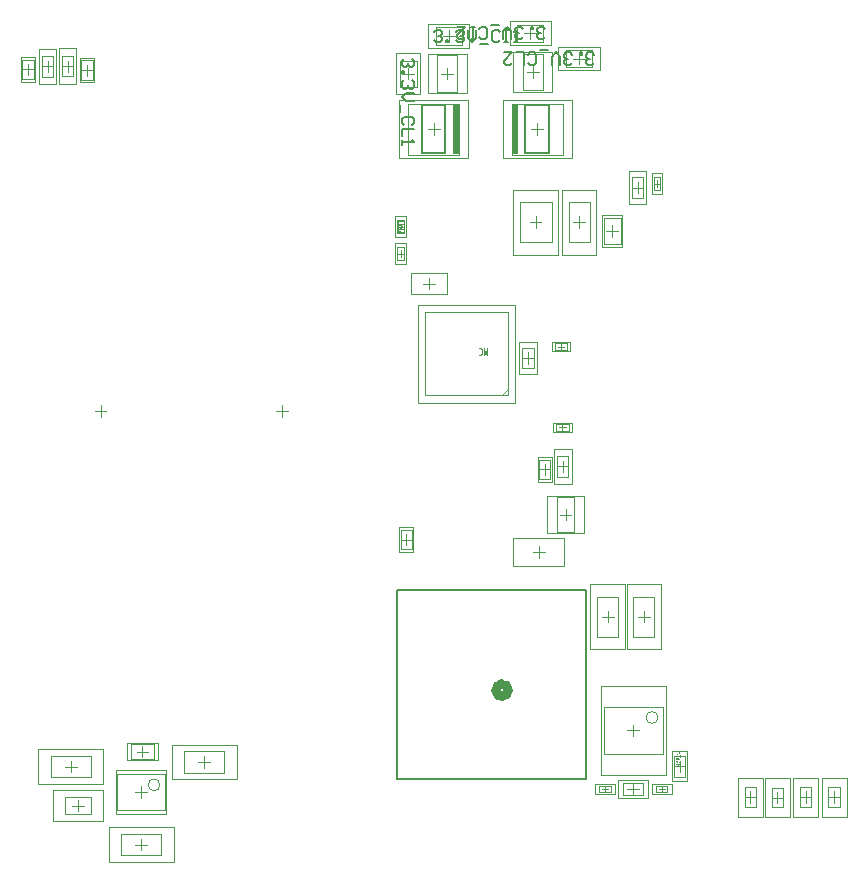
<source format=gko>
G04*
G04 #@! TF.GenerationSoftware,Altium Limited,CircuitMaker,2.2.1 (2.2.1.6)*
G04*
G04 Layer_Color=16720538*
%FSLAX42Y42*%
%MOMM*%
G71*
G04*
G04 #@! TF.SameCoordinates,594ED0CD-E859-4A23-B6EA-3589AB250A5C*
G04*
G04*
G04 #@! TF.FilePolarity,Positive*
G04*
G01*
G75*
%ADD10C,0.10*%
%ADD14C,0.81*%
%ADD17C,0.13*%
%ADD19C,0.05*%
%ADD20C,0.12*%
%ADD21C,0.18*%
%ADD22C,0.03*%
%ADD23R,0.58X4.31*%
G36*
X6122Y8037D02*
X6122Y8037D01*
Y8036D01*
X6122Y8036D01*
X6122Y8035D01*
X6122Y8035D01*
X6122Y8034D01*
X6122Y8034D01*
Y8034D01*
X6122Y8034D01*
X6122Y8034D01*
X6122Y8034D01*
X6122Y8033D01*
X6121Y8033D01*
X6121Y8033D01*
X6121Y8032D01*
X6120Y8032D01*
X6120Y8032D01*
X6120Y8032D01*
X6120Y8032D01*
X6120Y8032D01*
X6119Y8032D01*
X6119Y8032D01*
X6119Y8032D01*
X6118Y8032D01*
X6118D01*
X6118D01*
X6118D01*
X6118Y8032D01*
X6118D01*
X6117Y8032D01*
X6117Y8032D01*
X6117Y8032D01*
X6116Y8032D01*
X6116Y8032D01*
X6115Y8032D01*
X6115Y8033D01*
X6115Y8033D01*
X6115Y8033D01*
X6115Y8033D01*
X6115Y8033D01*
X6115Y8033D01*
X6115Y8033D01*
X6115Y8033D01*
X6114Y8034D01*
X6114Y8034D01*
X6114Y8034D01*
X6114Y8035D01*
X6114Y8035D01*
X6114Y8035D01*
X6114Y8036D01*
X6114Y8036D01*
X6114Y8036D01*
X6114Y8036D01*
X6114Y8036D01*
X6113Y8036D01*
X6113Y8035D01*
X6113Y8035D01*
X6113Y8035D01*
X6113Y8035D01*
X6113Y8035D01*
X6113Y8034D01*
X6112Y8034D01*
X6112Y8034D01*
X6112Y8034D01*
X6111Y8033D01*
X6111Y8033D01*
X6106Y8030D01*
Y8033D01*
X6110Y8035D01*
X6110D01*
X6110Y8035D01*
X6110Y8035D01*
X6110Y8035D01*
X6110Y8035D01*
X6111Y8036D01*
X6111Y8036D01*
X6111Y8036D01*
X6112Y8036D01*
X6112Y8037D01*
X6112Y8037D01*
X6112Y8037D01*
X6112Y8037D01*
X6112Y8037D01*
X6113Y8037D01*
X6113Y8037D01*
X6113Y8038D01*
X6113Y8038D01*
X6113Y8038D01*
X6113Y8038D01*
X6113Y8038D01*
X6113Y8038D01*
X6113Y8039D01*
Y8039D01*
X6113Y8039D01*
Y8039D01*
X6113Y8039D01*
Y8039D01*
X6114Y8039D01*
Y8042D01*
X6106D01*
Y8044D01*
X6122D01*
Y8037D01*
D02*
G37*
G36*
X6118Y8027D02*
X6118Y8027D01*
X6119Y8027D01*
X6119Y8027D01*
X6119Y8027D01*
X6119Y8027D01*
X6119Y8027D01*
X6119Y8026D01*
X6120Y8026D01*
X6120Y8025D01*
X6120Y8025D01*
X6120Y8025D01*
X6120Y8025D01*
X6121Y8024D01*
X6121Y8024D01*
X6121Y8024D01*
X6121Y8024D01*
X6122Y8023D01*
X6122Y8023D01*
X6123Y8023D01*
Y8022D01*
X6106D01*
Y8024D01*
X6119D01*
X6119Y8024D01*
X6119Y8024D01*
X6119Y8024D01*
X6119Y8024D01*
X6118Y8024D01*
X6118Y8025D01*
X6118Y8025D01*
X6118Y8025D01*
X6118Y8025D01*
X6117Y8026D01*
X6117Y8026D01*
X6117Y8026D01*
X6117Y8026D01*
X6117Y8027D01*
X6117Y8027D01*
X6117Y8027D01*
X6118D01*
Y8027D01*
D02*
G37*
G36*
X6103Y8005D02*
X6102D01*
Y8018D01*
X6103D01*
Y8005D01*
D02*
G37*
G36*
X6122Y7992D02*
X6121D01*
Y8001D01*
X6116D01*
Y7994D01*
X6114D01*
Y8001D01*
X6106D01*
Y8003D01*
X6122D01*
Y7992D01*
D02*
G37*
G36*
X6115Y7990D02*
X6115D01*
X6115Y7990D01*
X6115Y7990D01*
X6116Y7990D01*
X6116Y7990D01*
X6117Y7990D01*
X6118Y7990D01*
X6119Y7989D01*
X6119D01*
X6119Y7989D01*
X6119Y7989D01*
X6119Y7989D01*
X6119Y7989D01*
X6119Y7989D01*
X6120Y7988D01*
X6120Y7988D01*
X6121Y7988D01*
X6121Y7987D01*
X6122Y7986D01*
Y7986D01*
X6122Y7986D01*
X6122Y7986D01*
X6122Y7986D01*
X6122Y7986D01*
X6122Y7986D01*
X6122Y7985D01*
X6122Y7985D01*
X6122Y7985D01*
X6122Y7985D01*
X6123Y7984D01*
X6123Y7983D01*
X6123Y7982D01*
Y7982D01*
X6123Y7982D01*
Y7982D01*
X6123Y7981D01*
X6123Y7981D01*
X6122Y7980D01*
X6122Y7980D01*
X6122Y7979D01*
Y7979D01*
X6122Y7979D01*
X6122Y7979D01*
X6122Y7979D01*
X6122Y7979D01*
X6122Y7978D01*
X6121Y7978D01*
X6121Y7978D01*
X6121Y7977D01*
X6121Y7977D01*
X6121Y7977D01*
X6120Y7977D01*
X6120Y7977D01*
X6120Y7976D01*
X6119Y7976D01*
X6119Y7976D01*
X6119Y7976D01*
X6118Y7976D01*
X6117Y7978D01*
X6117D01*
X6117Y7978D01*
X6118Y7978D01*
X6118Y7978D01*
X6118Y7978D01*
X6118Y7978D01*
X6119Y7978D01*
X6119Y7978D01*
X6119Y7978D01*
X6119Y7978D01*
X6119Y7979D01*
X6120Y7979D01*
X6120Y7979D01*
X6120Y7979D01*
X6120Y7979D01*
X6120Y7980D01*
X6120Y7980D01*
X6121Y7980D01*
X6121Y7980D01*
X6121Y7980D01*
X6121Y7981D01*
X6121Y7981D01*
X6121Y7981D01*
X6121Y7982D01*
X6121Y7982D01*
Y7982D01*
X6121Y7983D01*
X6121Y7983D01*
X6121Y7983D01*
X6121Y7984D01*
X6121Y7984D01*
X6120Y7985D01*
X6120Y7985D01*
X6120Y7985D01*
X6120Y7985D01*
X6120Y7985D01*
X6120Y7986D01*
X6120Y7986D01*
X6120Y7986D01*
X6119Y7986D01*
X6119Y7986D01*
X6119Y7986D01*
X6119Y7987D01*
X6119Y7987D01*
X6119Y7987D01*
X6118Y7987D01*
X6118Y7987D01*
X6118Y7987D01*
X6118D01*
X6118Y7987D01*
X6118Y7987D01*
X6117Y7987D01*
X6117Y7988D01*
X6117Y7988D01*
X6117Y7988D01*
X6116Y7988D01*
X6116Y7988D01*
X6115Y7988D01*
X6114Y7988D01*
X6114D01*
X6114D01*
X6114D01*
X6114D01*
X6114Y7988D01*
X6114Y7988D01*
X6113Y7988D01*
X6113Y7988D01*
X6112Y7988D01*
X6111Y7987D01*
X6111Y7987D01*
X6111D01*
X6111Y7987D01*
X6111Y7987D01*
X6111Y7987D01*
X6110Y7987D01*
X6110Y7987D01*
X6110Y7986D01*
X6109Y7986D01*
X6109Y7986D01*
X6109Y7985D01*
Y7985D01*
X6109Y7985D01*
X6109Y7985D01*
X6109Y7985D01*
X6109Y7985D01*
X6108Y7985D01*
X6108Y7984D01*
X6108Y7984D01*
X6108Y7983D01*
X6108Y7983D01*
X6108Y7982D01*
Y7982D01*
X6108Y7982D01*
X6108Y7981D01*
X6108Y7981D01*
X6108Y7980D01*
X6108Y7980D01*
X6109Y7979D01*
Y7979D01*
X6109Y7979D01*
X6109Y7979D01*
X6109Y7979D01*
X6109Y7979D01*
X6109Y7978D01*
X6109Y7978D01*
X6109Y7978D01*
X6110Y7977D01*
X6113D01*
Y7982D01*
X6115D01*
Y7975D01*
X6109D01*
X6109Y7975D01*
X6109Y7975D01*
X6108Y7976D01*
X6108Y7976D01*
X6108Y7976D01*
X6108Y7976D01*
X6108Y7976D01*
X6108Y7977D01*
X6107Y7977D01*
X6107Y7978D01*
X6107Y7979D01*
Y7979D01*
X6107Y7979D01*
X6107Y7979D01*
X6107Y7979D01*
X6107Y7979D01*
X6107Y7979D01*
X6106Y7980D01*
X6106Y7980D01*
X6106Y7981D01*
X6106Y7981D01*
X6106Y7982D01*
Y7982D01*
X6106Y7982D01*
Y7983D01*
X6106Y7983D01*
X6106Y7983D01*
X6106Y7983D01*
X6106Y7984D01*
X6107Y7985D01*
X6107Y7986D01*
X6107Y7986D01*
Y7986D01*
X6107Y7986D01*
X6107Y7986D01*
X6107Y7987D01*
X6107Y7987D01*
X6108Y7987D01*
X6108Y7987D01*
X6108Y7988D01*
X6109Y7988D01*
X6109Y7989D01*
X6110Y7989D01*
X6110D01*
X6110Y7989D01*
X6110Y7989D01*
X6110Y7989D01*
X6111Y7989D01*
X6111Y7989D01*
X6111Y7990D01*
X6111Y7990D01*
X6112Y7990D01*
X6112Y7990D01*
X6113Y7990D01*
X6113Y7990D01*
X6114Y7990D01*
X6114D01*
X6114D01*
X6115D01*
X6115Y7990D01*
D02*
G37*
G36*
X6864Y6929D02*
X6856D01*
X6846Y6955D01*
X6835Y6929D01*
X6827D01*
Y7000D01*
X6836D01*
X6836Y6949D01*
X6836Y6949D01*
X6845Y6972D01*
X6847D01*
X6856Y6949D01*
X6856Y6949D01*
X6855Y7000D01*
X6864D01*
Y6929D01*
D02*
G37*
G36*
X6800Y7000D02*
X6801D01*
X6802Y7000D01*
X6803Y7000D01*
X6804Y6999D01*
X6806Y6999D01*
X6807Y6998D01*
X6808Y6998D01*
X6809Y6997D01*
X6810Y6996D01*
X6811Y6994D01*
X6812Y6993D01*
X6813Y6991D01*
Y6991D01*
X6814Y6991D01*
X6814Y6990D01*
X6814Y6990D01*
X6814Y6989D01*
X6815Y6987D01*
X6815Y6986D01*
X6816Y6985D01*
X6816Y6983D01*
X6817Y6981D01*
X6817Y6979D01*
X6817Y6976D01*
X6818Y6974D01*
X6818Y6971D01*
X6818Y6968D01*
X6818Y6965D01*
Y6965D01*
Y6964D01*
Y6963D01*
X6818Y6962D01*
Y6961D01*
X6818Y6959D01*
X6818Y6957D01*
X6818Y6955D01*
X6817Y6951D01*
X6816Y6946D01*
X6815Y6942D01*
X6814Y6940D01*
X6813Y6938D01*
X6813Y6938D01*
X6813Y6938D01*
X6813Y6937D01*
X6812Y6937D01*
X6811Y6935D01*
X6810Y6933D01*
X6808Y6931D01*
X6805Y6930D01*
X6804Y6929D01*
X6802Y6929D01*
X6801Y6928D01*
X6799Y6928D01*
X6798D01*
X6797Y6929D01*
X6796Y6929D01*
X6795Y6929D01*
X6793Y6930D01*
X6791Y6931D01*
X6789Y6932D01*
Y6941D01*
X6790Y6941D01*
X6790Y6940D01*
X6791Y6940D01*
X6792Y6939D01*
X6794Y6938D01*
X6795Y6938D01*
X6797Y6937D01*
X6799Y6937D01*
X6799D01*
X6799Y6937D01*
X6800Y6937D01*
X6802Y6938D01*
X6803Y6938D01*
X6804Y6939D01*
X6805Y6940D01*
X6805Y6941D01*
X6806Y6942D01*
X6806Y6943D01*
Y6943D01*
X6806Y6944D01*
X6807Y6944D01*
X6807Y6944D01*
X6807Y6945D01*
X6807Y6946D01*
X6807Y6947D01*
X6808Y6948D01*
X6808Y6950D01*
X6808Y6951D01*
X6808Y6953D01*
X6808Y6955D01*
X6808Y6957D01*
X6809Y6959D01*
X6809Y6962D01*
Y6964D01*
Y6965D01*
Y6965D01*
Y6966D01*
Y6967D01*
X6809Y6968D01*
Y6969D01*
X6808Y6971D01*
X6808Y6973D01*
X6808Y6976D01*
X6808Y6980D01*
X6807Y6981D01*
X6807Y6983D01*
X6807Y6984D01*
X6806Y6986D01*
Y6986D01*
X6806Y6986D01*
X6806Y6987D01*
X6805Y6988D01*
X6804Y6989D01*
X6803Y6990D01*
X6802Y6991D01*
X6800Y6992D01*
X6799Y6992D01*
X6798Y6992D01*
X6798D01*
X6797Y6992D01*
X6797Y6992D01*
X6795Y6991D01*
X6794Y6991D01*
X6792Y6990D01*
X6791Y6989D01*
X6790Y6988D01*
X6789Y6987D01*
Y6997D01*
X6789Y6997D01*
X6789Y6997D01*
X6790Y6998D01*
X6792Y6999D01*
X6793Y6999D01*
X6795Y7000D01*
X6797Y7000D01*
X6799Y7001D01*
X6800D01*
X6800Y7000D01*
D02*
G37*
G36*
X8474Y3585D02*
X8474Y3585D01*
X8474Y3584D01*
X8475Y3584D01*
X8475Y3584D01*
X8476Y3584D01*
X8476Y3584D01*
X8478Y3583D01*
X8479Y3582D01*
X8480Y3582D01*
X8480Y3581D01*
X8481Y3581D01*
X8481Y3580D01*
X8481Y3580D01*
X8482Y3580D01*
X8482Y3580D01*
X8482Y3579D01*
X8482Y3579D01*
X8482Y3579D01*
X8483Y3578D01*
X8483Y3578D01*
X8483Y3577D01*
X8483Y3576D01*
X8484Y3576D01*
X8484Y3575D01*
X8484Y3574D01*
X8484Y3573D01*
X8484Y3572D01*
X8484Y3571D01*
Y3571D01*
X8484Y3571D01*
Y3570D01*
X8484Y3570D01*
X8484Y3569D01*
X8484Y3568D01*
X8484Y3567D01*
X8483Y3566D01*
X8483Y3564D01*
X8482Y3564D01*
X8482Y3563D01*
X8482Y3563D01*
X8482Y3563D01*
X8482Y3563D01*
X8482Y3562D01*
X8481Y3562D01*
X8481Y3562D01*
X8481Y3562D01*
X8481Y3561D01*
X8480Y3561D01*
X8480Y3560D01*
X8479Y3560D01*
X8477Y3559D01*
X8476Y3558D01*
X8476D01*
X8476Y3558D01*
X8476Y3558D01*
X8475Y3558D01*
X8475Y3558D01*
X8474Y3558D01*
X8474Y3557D01*
X8473Y3557D01*
X8473Y3557D01*
X8472Y3557D01*
X8471Y3557D01*
X8469Y3556D01*
X8467Y3556D01*
X8467D01*
X8467D01*
X8467D01*
X8467Y3556D01*
X8466D01*
X8466Y3556D01*
X8465Y3557D01*
X8464Y3557D01*
X8463Y3557D01*
X8462Y3557D01*
X8460Y3558D01*
X8459Y3558D01*
X8459Y3558D01*
X8458Y3558D01*
X8458Y3558D01*
X8458Y3559D01*
X8458Y3559D01*
X8457Y3559D01*
X8457Y3560D01*
X8456Y3560D01*
X8455Y3561D01*
X8454Y3562D01*
X8453Y3564D01*
X8453Y3564D01*
X8453Y3564D01*
X8453Y3564D01*
X8453Y3564D01*
X8453Y3565D01*
X8452Y3565D01*
X8452Y3565D01*
X8452Y3566D01*
X8452Y3567D01*
X8452Y3567D01*
X8451Y3568D01*
X8451Y3570D01*
X8451Y3571D01*
Y3572D01*
X8451Y3572D01*
X8451Y3573D01*
X8451Y3573D01*
X8451Y3574D01*
X8451Y3574D01*
X8452Y3576D01*
X8452Y3577D01*
X8452Y3578D01*
X8453Y3578D01*
X8453Y3579D01*
X8454Y3580D01*
X8454Y3580D01*
X8454Y3580D01*
X8454Y3580D01*
X8454Y3580D01*
X8454Y3580D01*
X8455Y3581D01*
X8455Y3581D01*
X8455Y3581D01*
X8456Y3582D01*
X8456Y3582D01*
X8457Y3583D01*
X8457Y3583D01*
X8458Y3583D01*
X8459Y3584D01*
X8460Y3584D01*
X8460Y3584D01*
X8461Y3580D01*
X8461D01*
X8461Y3580D01*
X8461Y3580D01*
X8461Y3580D01*
X8461Y3580D01*
X8460Y3580D01*
X8459Y3579D01*
X8459Y3579D01*
X8458Y3578D01*
X8457Y3577D01*
X8456Y3577D01*
X8456Y3577D01*
X8456Y3576D01*
X8456Y3576D01*
X8455Y3575D01*
X8455Y3574D01*
X8455Y3574D01*
X8455Y3573D01*
X8455Y3571D01*
Y3571D01*
X8455Y3571D01*
Y3570D01*
X8455Y3570D01*
X8455Y3569D01*
X8455Y3568D01*
X8455Y3567D01*
X8456Y3566D01*
X8456Y3565D01*
Y3565D01*
X8457Y3565D01*
X8457Y3565D01*
X8457Y3564D01*
X8458Y3564D01*
X8458Y3563D01*
X8459Y3563D01*
X8460Y3562D01*
X8461Y3562D01*
X8461D01*
X8461Y3562D01*
X8462Y3562D01*
X8462Y3562D01*
X8462Y3561D01*
X8462Y3561D01*
X8463Y3561D01*
X8464Y3561D01*
X8465Y3561D01*
X8466Y3561D01*
X8467Y3561D01*
X8467D01*
X8468D01*
X8468D01*
X8468D01*
X8468Y3561D01*
X8469D01*
X8469Y3561D01*
X8470Y3561D01*
X8471Y3561D01*
X8472Y3561D01*
X8473Y3562D01*
X8474Y3562D01*
X8475D01*
X8475Y3562D01*
X8475Y3562D01*
X8475Y3562D01*
X8476Y3562D01*
X8476Y3563D01*
X8477Y3563D01*
X8478Y3564D01*
X8478Y3565D01*
X8479Y3566D01*
Y3566D01*
X8479Y3566D01*
X8479Y3566D01*
X8479Y3566D01*
X8479Y3566D01*
X8480Y3567D01*
X8480Y3567D01*
X8480Y3568D01*
X8480Y3569D01*
X8481Y3570D01*
X8481Y3571D01*
Y3571D01*
X8481Y3572D01*
Y3572D01*
X8480Y3572D01*
X8480Y3573D01*
X8480Y3574D01*
X8480Y3575D01*
X8479Y3576D01*
X8479Y3577D01*
X8479Y3577D01*
X8478Y3577D01*
X8478Y3577D01*
X8478Y3577D01*
X8478Y3577D01*
X8478Y3578D01*
X8478Y3578D01*
X8477Y3578D01*
X8477Y3578D01*
X8477Y3579D01*
X8476Y3579D01*
X8476Y3579D01*
X8475Y3580D01*
X8474Y3580D01*
X8474Y3580D01*
X8473Y3580D01*
X8472Y3580D01*
X8473Y3585D01*
X8474D01*
X8474Y3585D01*
D02*
G37*
G36*
X8492Y3529D02*
X8490D01*
Y3555D01*
X8492D01*
Y3529D01*
D02*
G37*
G36*
X8474Y3527D02*
X8474Y3527D01*
X8474Y3527D01*
X8475Y3527D01*
X8475Y3527D01*
X8477Y3527D01*
X8478Y3526D01*
X8478Y3526D01*
X8479Y3526D01*
X8480Y3525D01*
X8480Y3525D01*
X8480Y3525D01*
X8480Y3525D01*
X8481Y3525D01*
X8481Y3524D01*
X8481Y3524D01*
X8482Y3524D01*
X8482Y3523D01*
X8482Y3523D01*
X8483Y3522D01*
X8483Y3522D01*
X8483Y3521D01*
X8484Y3520D01*
X8484Y3519D01*
X8484Y3518D01*
X8484Y3518D01*
X8484Y3517D01*
Y3516D01*
X8484Y3516D01*
X8484Y3515D01*
X8484Y3515D01*
X8484Y3515D01*
X8484Y3514D01*
X8484Y3513D01*
X8483Y3512D01*
X8483Y3511D01*
X8483Y3510D01*
X8482Y3510D01*
X8482Y3509D01*
X8482Y3509D01*
X8482Y3509D01*
X8481Y3509D01*
X8481Y3509D01*
X8481Y3509D01*
X8481Y3509D01*
X8480Y3508D01*
X8480Y3508D01*
X8480Y3508D01*
X8479Y3507D01*
X8478Y3507D01*
X8477Y3507D01*
X8476Y3506D01*
X8475Y3506D01*
X8475Y3510D01*
X8475D01*
X8475D01*
X8475Y3510D01*
X8475Y3510D01*
X8476Y3511D01*
X8477Y3511D01*
X8477Y3511D01*
X8478Y3511D01*
X8479Y3512D01*
X8479Y3512D01*
X8479Y3513D01*
X8480Y3513D01*
X8480Y3513D01*
X8480Y3514D01*
X8480Y3514D01*
X8481Y3515D01*
X8481Y3516D01*
X8481Y3517D01*
Y3517D01*
X8481Y3517D01*
X8481Y3518D01*
X8481Y3518D01*
X8480Y3519D01*
X8480Y3520D01*
X8479Y3521D01*
X8479Y3521D01*
X8479Y3521D01*
X8479Y3521D01*
X8479Y3521D01*
X8479Y3522D01*
X8478Y3522D01*
X8478Y3522D01*
X8477Y3522D01*
X8476Y3523D01*
X8476Y3523D01*
X8474Y3523D01*
X8474Y3523D01*
X8473D01*
X8473D01*
X8473D01*
X8473D01*
X8473Y3523D01*
X8472D01*
X8472Y3523D01*
X8471Y3523D01*
X8470Y3523D01*
X8469Y3523D01*
X8469Y3522D01*
X8468Y3521D01*
X8468D01*
X8468Y3521D01*
X8468Y3521D01*
X8467Y3521D01*
X8467Y3520D01*
X8466Y3519D01*
X8466Y3519D01*
X8466Y3518D01*
X8466Y3517D01*
Y3516D01*
X8466Y3516D01*
X8466Y3515D01*
X8466Y3515D01*
X8466Y3514D01*
X8466Y3514D01*
X8467Y3513D01*
X8467Y3513D01*
X8467Y3513D01*
X8467Y3513D01*
X8467Y3512D01*
X8468Y3512D01*
X8468Y3511D01*
X8468Y3511D01*
X8469Y3511D01*
X8468Y3507D01*
X8452Y3510D01*
Y3526D01*
X8456D01*
Y3513D01*
X8464Y3511D01*
X8464Y3512D01*
X8464Y3512D01*
X8464Y3512D01*
X8464Y3512D01*
X8464Y3512D01*
X8464Y3513D01*
X8463Y3513D01*
X8463Y3514D01*
X8463Y3515D01*
X8462Y3516D01*
X8462Y3517D01*
Y3518D01*
X8462Y3518D01*
X8462Y3519D01*
X8463Y3519D01*
X8463Y3519D01*
X8463Y3520D01*
X8463Y3521D01*
X8463Y3522D01*
X8464Y3522D01*
X8464Y3523D01*
X8464Y3523D01*
X8465Y3524D01*
X8465Y3525D01*
X8465Y3525D01*
X8465Y3525D01*
X8466Y3525D01*
X8466Y3525D01*
X8466Y3525D01*
X8466Y3526D01*
X8467Y3526D01*
X8467Y3526D01*
X8468Y3526D01*
X8468Y3527D01*
X8469Y3527D01*
X8470Y3527D01*
X8470Y3527D01*
X8471Y3527D01*
X8472Y3527D01*
X8473Y3528D01*
X8473D01*
X8473D01*
X8473D01*
X8474Y3527D01*
D02*
G37*
G36*
X8475Y3502D02*
X8476Y3502D01*
X8476Y3502D01*
X8476Y3502D01*
X8477Y3502D01*
X8478Y3502D01*
X8479Y3502D01*
X8479Y3501D01*
X8480Y3501D01*
X8480Y3501D01*
X8481Y3500D01*
X8481Y3500D01*
X8481Y3499D01*
X8482Y3499D01*
X8482Y3499D01*
X8482Y3499D01*
X8482Y3499D01*
X8482Y3498D01*
X8482Y3498D01*
X8483Y3497D01*
X8483Y3497D01*
X8483Y3496D01*
X8484Y3496D01*
X8484Y3495D01*
X8484Y3494D01*
X8484Y3494D01*
X8484Y3493D01*
X8484Y3492D01*
Y3491D01*
X8484Y3491D01*
X8484Y3491D01*
X8484Y3490D01*
X8484Y3490D01*
X8484Y3489D01*
X8483Y3488D01*
X8483Y3487D01*
X8483Y3487D01*
X8483Y3486D01*
X8482Y3485D01*
X8482Y3485D01*
X8481Y3484D01*
X8481Y3484D01*
X8481Y3484D01*
X8481Y3484D01*
X8481Y3484D01*
X8481Y3484D01*
X8480Y3483D01*
X8480Y3483D01*
X8479Y3483D01*
X8479Y3483D01*
X8478Y3482D01*
X8477Y3482D01*
X8477Y3482D01*
X8476Y3482D01*
X8475Y3481D01*
X8474Y3481D01*
X8474D01*
X8474D01*
X8474D01*
X8474Y3481D01*
X8474D01*
X8473Y3481D01*
X8473Y3482D01*
X8472Y3482D01*
X8471Y3482D01*
X8470Y3482D01*
X8469Y3483D01*
X8469D01*
X8469Y3483D01*
X8469Y3483D01*
X8468Y3484D01*
X8468Y3484D01*
X8468Y3485D01*
X8467Y3486D01*
X8467Y3486D01*
X8466Y3487D01*
Y3487D01*
X8466Y3487D01*
X8466Y3487D01*
X8466Y3487D01*
X8466Y3487D01*
X8466Y3486D01*
X8465Y3485D01*
X8465Y3485D01*
X8464Y3484D01*
X8464Y3484D01*
X8464Y3484D01*
X8463Y3484D01*
X8463Y3483D01*
X8463Y3483D01*
X8462Y3483D01*
X8461Y3483D01*
X8461Y3483D01*
X8460Y3483D01*
X8460D01*
X8460D01*
X8459D01*
X8459Y3483D01*
X8459Y3483D01*
X8458Y3483D01*
X8458Y3483D01*
X8457Y3483D01*
X8456Y3484D01*
X8455Y3484D01*
X8455Y3484D01*
X8454Y3485D01*
X8454Y3485D01*
X8454Y3485D01*
X8454Y3485D01*
X8454Y3485D01*
X8454Y3486D01*
X8453Y3486D01*
X8453Y3486D01*
X8453Y3487D01*
X8453Y3487D01*
X8452Y3487D01*
X8452Y3488D01*
X8452Y3488D01*
X8452Y3489D01*
X8452Y3490D01*
X8452Y3491D01*
X8451Y3492D01*
Y3492D01*
X8452Y3493D01*
X8452Y3493D01*
X8452Y3493D01*
X8452Y3494D01*
X8452Y3494D01*
X8452Y3495D01*
X8452Y3496D01*
X8453Y3497D01*
X8453Y3498D01*
X8454Y3498D01*
X8454Y3499D01*
X8454Y3499D01*
X8454Y3499D01*
X8454Y3499D01*
X8454Y3499D01*
X8455Y3499D01*
X8455Y3499D01*
X8456Y3500D01*
X8456Y3500D01*
X8457Y3501D01*
X8459Y3501D01*
X8459Y3501D01*
X8460Y3501D01*
X8460D01*
X8460D01*
X8460D01*
X8461Y3501D01*
X8461Y3501D01*
X8462Y3501D01*
X8462Y3501D01*
X8463Y3500D01*
X8464Y3500D01*
X8464Y3500D01*
X8464Y3500D01*
X8464Y3499D01*
X8465Y3499D01*
X8465Y3499D01*
X8466Y3498D01*
X8466Y3497D01*
X8466Y3496D01*
Y3496D01*
X8466Y3497D01*
X8466Y3497D01*
X8466Y3497D01*
X8467Y3497D01*
X8467Y3498D01*
X8468Y3499D01*
X8468Y3500D01*
X8469Y3500D01*
X8469Y3501D01*
X8469D01*
X8469Y3501D01*
X8470Y3501D01*
X8470Y3501D01*
X8471Y3502D01*
X8472Y3502D01*
X8472Y3502D01*
X8473Y3502D01*
X8474Y3502D01*
X8475D01*
X8475D01*
X8475D01*
X8475Y3502D01*
D02*
G37*
G36*
X8476Y3473D02*
X8484D01*
Y3469D01*
X8476D01*
Y3455D01*
X8472D01*
X8452Y3470D01*
Y3473D01*
X8472D01*
Y3477D01*
X8476D01*
Y3473D01*
D02*
G37*
%LPC*%
G36*
X6121Y8042D02*
X6115D01*
Y8037D01*
X6115Y8037D01*
Y8037D01*
X6115Y8036D01*
X6115Y8036D01*
X6116Y8036D01*
X6116Y8035D01*
X6116Y8035D01*
X6116Y8035D01*
X6116Y8035D01*
X6116Y8035D01*
X6116Y8035D01*
X6116Y8035D01*
X6116Y8034D01*
X6117Y8034D01*
X6117Y8034D01*
X6117Y8034D01*
X6117Y8034D01*
X6117Y8034D01*
X6117Y8034D01*
X6117Y8034D01*
X6118Y8034D01*
X6118Y8034D01*
X6118D01*
X6118D01*
X6118D01*
X6118Y8034D01*
X6119Y8034D01*
X6119Y8034D01*
X6119Y8034D01*
X6120Y8034D01*
X6120Y8035D01*
X6120Y8035D01*
X6120Y8035D01*
X6120Y8035D01*
X6120Y8035D01*
X6120Y8036D01*
X6121Y8036D01*
X6121Y8037D01*
X6121Y8037D01*
Y8042D01*
D02*
G37*
G36*
X8460Y3497D02*
X8460D01*
X8460D01*
X8459D01*
X8459Y3497D01*
X8459Y3497D01*
X8458Y3497D01*
X8457Y3496D01*
X8457Y3496D01*
X8456Y3496D01*
X8456Y3496D01*
X8456Y3495D01*
X8456Y3495D01*
X8455Y3495D01*
X8455Y3494D01*
X8455Y3493D01*
X8455Y3493D01*
X8455Y3492D01*
Y3492D01*
X8455Y3491D01*
X8455Y3491D01*
X8455Y3490D01*
X8455Y3489D01*
X8456Y3489D01*
X8456Y3488D01*
X8456Y3488D01*
X8456Y3488D01*
X8457Y3488D01*
X8457Y3487D01*
X8458Y3487D01*
X8458Y3487D01*
X8459Y3487D01*
X8460Y3487D01*
X8460D01*
X8460D01*
X8460Y3487D01*
X8460Y3487D01*
X8461Y3487D01*
X8462Y3487D01*
X8462Y3487D01*
X8463Y3488D01*
X8463Y3488D01*
X8463Y3488D01*
X8464Y3488D01*
X8464Y3489D01*
X8464Y3489D01*
X8464Y3490D01*
X8465Y3490D01*
X8465Y3491D01*
X8465Y3492D01*
Y3492D01*
X8465Y3492D01*
X8465Y3493D01*
X8465Y3493D01*
X8464Y3494D01*
X8464Y3494D01*
X8464Y3495D01*
X8463Y3496D01*
X8463Y3496D01*
X8463Y3496D01*
X8463Y3496D01*
X8462Y3496D01*
X8462Y3497D01*
X8461Y3497D01*
X8461Y3497D01*
X8460Y3497D01*
D02*
G37*
G36*
X8475Y3498D02*
X8474D01*
X8474D01*
X8474D01*
X8474Y3498D01*
X8474Y3498D01*
X8473Y3498D01*
X8472Y3498D01*
X8471Y3498D01*
X8471Y3497D01*
X8470Y3497D01*
X8470Y3496D01*
X8470Y3496D01*
X8469Y3496D01*
X8469Y3495D01*
X8469Y3495D01*
X8468Y3494D01*
X8468Y3493D01*
X8468Y3492D01*
Y3491D01*
X8468Y3491D01*
X8468Y3491D01*
X8468Y3490D01*
X8468Y3489D01*
X8469Y3489D01*
X8469Y3488D01*
X8470Y3487D01*
X8470Y3487D01*
X8470Y3487D01*
X8471Y3487D01*
X8471Y3486D01*
X8472Y3486D01*
X8473Y3486D01*
X8473Y3485D01*
X8474Y3485D01*
X8474D01*
X8475D01*
X8475Y3485D01*
X8475Y3485D01*
X8476Y3486D01*
X8476Y3486D01*
X8477Y3486D01*
X8478Y3486D01*
X8478Y3486D01*
X8478Y3486D01*
X8478Y3486D01*
X8479Y3487D01*
X8479Y3487D01*
X8479Y3487D01*
X8480Y3488D01*
X8480Y3488D01*
X8480Y3489D01*
X8480Y3489D01*
X8480Y3489D01*
X8481Y3490D01*
X8481Y3490D01*
X8481Y3491D01*
X8481Y3491D01*
X8481Y3492D01*
Y3492D01*
X8481Y3492D01*
X8481Y3493D01*
X8481Y3494D01*
X8480Y3494D01*
X8480Y3495D01*
X8480Y3496D01*
X8479Y3497D01*
X8479Y3497D01*
X8479Y3497D01*
X8478Y3497D01*
X8478Y3497D01*
X8477Y3498D01*
X8476Y3498D01*
X8476Y3498D01*
X8475Y3498D01*
D02*
G37*
G36*
X8472Y3469D02*
X8458D01*
X8472Y3459D01*
Y3469D01*
D02*
G37*
%LPD*%
D10*
X6331Y6599D02*
X7031D01*
X6331D02*
Y7299D01*
X7031D01*
Y6599D02*
Y7299D01*
X6981Y6599D02*
X7031Y6649D01*
X3836Y3519D02*
X4036D01*
X3836D02*
Y3644D01*
X4036D01*
Y3519D02*
Y3644D01*
X3936Y3541D02*
Y3621D01*
X3896Y3581D02*
X3976D01*
X8420Y3328D02*
X8547D01*
Y3582D01*
X8420D02*
X8547D01*
X8420Y3328D02*
Y3582D01*
X4084Y3299D02*
G03*
X4084Y3299I-50J0D01*
G01*
X8300Y3870D02*
G03*
X8300Y3870I-50J0D01*
G01*
X4036Y3519D02*
Y3644D01*
X3836Y3519D02*
Y3644D01*
Y3519D02*
X4036D01*
X3836Y3644D02*
X4036D01*
X3754Y2704D02*
X4094D01*
X3754Y2884D02*
X4094D01*
Y2704D02*
Y2884D01*
X3754Y2704D02*
Y2884D01*
X3280Y3197D02*
X3500D01*
X3280Y3052D02*
X3500D01*
X3280D02*
Y3197D01*
X3500Y3052D02*
Y3197D01*
X3160Y3364D02*
X3500D01*
X3160Y3544D02*
X3500D01*
Y3364D02*
Y3544D01*
X3160Y3364D02*
Y3544D01*
X4290Y3583D02*
X4630D01*
X4290Y3403D02*
X4630D01*
X4290D02*
Y3583D01*
X4630Y3403D02*
Y3583D01*
X3724Y3089D02*
Y3388D01*
X4124Y3089D02*
Y3388D01*
X3724Y3089D02*
X4124D01*
X3724Y3388D02*
X4124D01*
X9744Y3279D02*
X9839D01*
X9744Y3114D02*
X9839D01*
Y3279D01*
X9744Y3114D02*
Y3279D01*
X9033D02*
X9128D01*
X9033Y3114D02*
X9128D01*
Y3279D01*
X9033Y3114D02*
Y3279D01*
X9503D02*
X9598D01*
X9503Y3114D02*
X9598D01*
Y3279D01*
X9503Y3114D02*
Y3279D01*
X9262Y3274D02*
X9357D01*
X9262Y3109D02*
X9357D01*
Y3274D01*
X9262Y3109D02*
Y3274D01*
X8532Y3368D02*
Y3543D01*
X8436Y3368D02*
Y3543D01*
X8532D01*
X8436Y3368D02*
X8532D01*
X8281Y3240D02*
X8381D01*
X8281Y3290D02*
X8381D01*
X8281Y3240D02*
Y3290D01*
X8381Y3240D02*
Y3290D01*
X8007Y3217D02*
Y3312D01*
X8172Y3217D02*
Y3312D01*
X8007D02*
X8172D01*
X8007Y3217D02*
X8172D01*
X7799Y3240D02*
X7899D01*
X7799Y3290D02*
X7899D01*
X7799Y3240D02*
Y3290D01*
X7899Y3240D02*
Y3290D01*
X6121Y5294D02*
Y5459D01*
X6216Y5294D02*
Y5459D01*
X6121Y5294D02*
X6216D01*
X6121Y5459D02*
X6216D01*
X2919Y9440D02*
X3014D01*
X2919Y9275D02*
X3014D01*
Y9440D01*
X2919Y9275D02*
Y9440D01*
X3084Y9295D02*
X3180D01*
X3084Y9470D02*
X3180D01*
X3084Y9295D02*
Y9470D01*
X3180Y9295D02*
Y9470D01*
X7446Y5909D02*
X7542D01*
X7446Y6084D02*
X7542D01*
X7446Y5909D02*
Y6084D01*
X7542Y5909D02*
Y6084D01*
X7294Y6054D02*
X7389D01*
X7294Y5889D02*
X7389D01*
Y6054D01*
X7294Y5889D02*
Y6054D01*
X7840Y3560D02*
Y3960D01*
X8340Y3560D02*
Y3960D01*
X7840Y3560D02*
X8340D01*
X7840Y3960D02*
X8340D01*
X3254Y9297D02*
X3350D01*
X3254Y9472D02*
X3350D01*
X3254Y9297D02*
Y9472D01*
X3350Y9297D02*
Y9472D01*
X3418Y9433D02*
X3513D01*
X3418Y9268D02*
X3513D01*
Y9433D01*
X3418Y9268D02*
Y9433D01*
X8266Y8338D02*
X8321D01*
X8266Y8443D02*
X8321D01*
X8266Y8338D02*
Y8443D01*
X8321Y8338D02*
Y8443D01*
X8175Y8268D02*
Y8443D01*
X8081Y8268D02*
Y8443D01*
X8175D01*
X8081Y8268D02*
X8175D01*
X7448Y5438D02*
X7588D01*
X7448Y5738D02*
X7588D01*
Y5438D02*
Y5738D01*
X7448Y5438D02*
Y5738D01*
X6094Y7850D02*
X6149D01*
X6094Y7745D02*
X6149D01*
Y7850D01*
X6094Y7745D02*
Y7850D01*
X8269Y4554D02*
Y4894D01*
X8089Y4554D02*
Y4894D01*
X8269D01*
X8089Y4554D02*
X8269D01*
X7964D02*
Y4894D01*
X7784Y4554D02*
Y4894D01*
X7964D01*
X7784Y4554D02*
X7964D01*
X7154Y9179D02*
X7324D01*
X7154Y9489D02*
X7324D01*
Y9179D02*
Y9489D01*
X7154Y9179D02*
Y9489D01*
X7543Y8235D02*
X7723D01*
X7543Y7894D02*
X7723D01*
Y8235D01*
X7543Y7894D02*
Y8235D01*
X7129Y7894D02*
Y8235D01*
X7399Y7894D02*
Y8235D01*
X7129Y7894D02*
X7399D01*
X7129Y8235D02*
X7399D01*
X7153Y6830D02*
X7248D01*
X7153Y6995D02*
X7248D01*
X7153Y6830D02*
Y6995D01*
X7248Y6830D02*
Y6995D01*
X7531Y6983D02*
Y7038D01*
X7426Y6983D02*
Y7038D01*
Y6983D02*
X7531D01*
X7426Y7038D02*
X7531D01*
X7439Y6297D02*
Y6352D01*
X7544Y6297D02*
Y6352D01*
X7439D02*
X7544D01*
X7439Y6297D02*
X7544D01*
X7062Y8636D02*
Y9067D01*
X7493Y8636D02*
Y9067D01*
X7062D02*
X7493D01*
X7062Y8636D02*
X7493D01*
X7840Y7878D02*
Y8098D01*
X7985Y7878D02*
Y8098D01*
X7840Y7878D02*
X7985D01*
X7840Y8098D02*
X7985D01*
X7331Y9592D02*
Y9737D01*
X7110Y9592D02*
Y9737D01*
Y9592D02*
X7331D01*
X7110Y9737D02*
X7331D01*
X7743Y9376D02*
Y9521D01*
X7522Y9376D02*
Y9521D01*
Y9376D02*
X7743D01*
X7522Y9521D02*
X7743D01*
X6417Y9567D02*
Y9712D01*
X6638Y9567D02*
Y9712D01*
X6417D02*
X6638D01*
X6417Y9567D02*
X6638D01*
X6616Y8636D02*
Y9067D01*
X6185Y8636D02*
Y9067D01*
Y8636D02*
X6616D01*
X6185Y9067D02*
X6616D01*
X6112Y9432D02*
X6257D01*
X6112Y9211D02*
X6257D01*
Y9432D01*
X6112Y9211D02*
Y9432D01*
X6600Y9167D02*
Y9477D01*
X6430Y9167D02*
Y9477D01*
Y9167D02*
X6600D01*
X6430Y9477D02*
X6600D01*
X5068Y6464D02*
X5168D01*
X5118Y6414D02*
Y6514D01*
X3531Y6464D02*
X3631D01*
X3581Y6414D02*
Y6514D01*
X3886Y3581D02*
X3986D01*
X3936Y3531D02*
Y3631D01*
X3924Y2744D02*
Y2844D01*
X3874Y2794D02*
X3974D01*
X3390Y3074D02*
Y3174D01*
X3340Y3124D02*
X3440D01*
X3330Y3404D02*
Y3504D01*
X3280Y3454D02*
X3380D01*
X4460Y3442D02*
Y3542D01*
X4410Y3492D02*
X4510D01*
X3874Y3238D02*
X3974D01*
X3924Y3189D02*
Y3288D01*
X9792Y3149D02*
Y3244D01*
X9744Y3196D02*
X9839D01*
X9081Y3149D02*
Y3244D01*
X9033Y3196D02*
X9128D01*
X9550Y3149D02*
Y3244D01*
X9503Y3196D02*
X9598D01*
X9309Y3144D02*
Y3239D01*
X9262Y3192D02*
X9357D01*
X8436Y3455D02*
X8532D01*
X8484Y3407D02*
Y3503D01*
X8547Y3328D02*
Y3582D01*
X8420Y3328D02*
Y3582D01*
X8547D01*
X8420Y3328D02*
X8547D01*
X8331Y3240D02*
Y3290D01*
X8306Y3265D02*
X8356D01*
X8042D02*
X8137D01*
X8090Y3217D02*
Y3312D01*
X7849Y3240D02*
Y3290D01*
X7824Y3265D02*
X7874D01*
X6121Y5376D02*
X6216D01*
X6169Y5329D02*
Y5424D01*
X2967Y9310D02*
Y9405D01*
X2919Y9357D02*
X3014D01*
X3132Y9335D02*
Y9431D01*
X3084Y9383D02*
X3180D01*
X7494Y5949D02*
Y6045D01*
X7446Y5997D02*
X7542D01*
X7342Y5924D02*
Y6019D01*
X7294Y5971D02*
X7389D01*
X8040Y3760D02*
X8140D01*
X8090Y3710D02*
Y3810D01*
X3302Y9336D02*
Y9432D01*
X3254Y9384D02*
X3350D01*
X3466Y9303D02*
Y9398D01*
X3418Y9351D02*
X3513D01*
X8293Y8363D02*
Y8418D01*
X8266Y8390D02*
X8321D01*
X8081Y8355D02*
X8175D01*
X8128Y8308D02*
Y8403D01*
X7518Y5538D02*
Y5638D01*
X7468Y5588D02*
X7568D01*
X6121Y7770D02*
Y7825D01*
X6094Y7798D02*
X6149D01*
X7290Y5221D02*
Y5321D01*
X7240Y5271D02*
X7340D01*
X8129Y4724D02*
X8229D01*
X8179Y4674D02*
Y4774D01*
X7824Y4724D02*
X7924D01*
X7874Y4674D02*
Y4774D01*
X7239Y9285D02*
Y9385D01*
X7189Y9335D02*
X7289D01*
X6313Y7544D02*
X6413D01*
X6363Y7494D02*
Y7594D01*
X7633Y8014D02*
Y8114D01*
X7583Y8064D02*
X7683D01*
X7214D02*
X7314D01*
X7264Y8014D02*
Y8114D01*
X7201Y6865D02*
Y6960D01*
X7153Y6913D02*
X7248D01*
X7451Y7010D02*
X7506D01*
X7479Y6983D02*
Y7038D01*
X7464Y6325D02*
X7519D01*
X7491Y6297D02*
Y6352D01*
X6985Y8607D02*
Y9097D01*
X7570Y8607D02*
Y9097D01*
X6985D02*
X7570D01*
X6985Y8607D02*
X7570D01*
X7227Y8852D02*
X7327D01*
X7277Y8802D02*
Y8902D01*
X7862Y7988D02*
X7962D01*
X7912Y7938D02*
Y8038D01*
X7170Y9665D02*
X7270D01*
X7220Y9615D02*
Y9715D01*
X7583Y9449D02*
X7683D01*
X7633Y9399D02*
Y9499D01*
X6478Y9639D02*
X6578D01*
X6528Y9589D02*
Y9689D01*
X6693Y8607D02*
Y9097D01*
X6108Y8607D02*
Y9097D01*
Y8607D02*
X6693D01*
X6108Y9097D02*
X6693D01*
X6351Y8852D02*
X6451D01*
X6401Y8802D02*
Y8902D01*
X6185Y9272D02*
Y9372D01*
X6135Y9322D02*
X6235D01*
X6465D02*
X6565D01*
X6515Y9272D02*
Y9372D01*
D14*
X7031Y4101D02*
G03*
X7031Y4101I-51J0D01*
G01*
D17*
X7177Y8652D02*
Y9052D01*
Y8652D02*
X7377D01*
Y9052D01*
X7177D02*
X7377D01*
X6501Y8652D02*
Y9052D01*
X6301D02*
X6501D01*
X6301Y8652D02*
Y9052D01*
Y8652D02*
X6501D01*
X7694Y3352D02*
Y4952D01*
X6094Y3352D02*
X7694D01*
X6094D02*
Y4952D01*
X7694D01*
D19*
X6269Y6536D02*
X7094D01*
X6269D02*
Y7361D01*
X7094D01*
Y6536D02*
Y7361D01*
X7045Y9765D02*
X7395D01*
X7045Y9565D02*
X7395D01*
X7045D02*
Y9765D01*
X7395Y9565D02*
Y9765D01*
X7458Y9549D02*
X7808D01*
X7458Y9349D02*
X7808D01*
X7458D02*
Y9549D01*
X7808Y9349D02*
Y9549D01*
X6353Y9539D02*
X6703D01*
X6353Y9739D02*
X6703D01*
Y9539D02*
Y9739D01*
X6353Y9539D02*
Y9739D01*
X6085Y9147D02*
Y9497D01*
X6285Y9147D02*
Y9497D01*
X6085Y9147D02*
X6285D01*
X6085Y9497D02*
X6285D01*
X6138Y8026D02*
G03*
X6138Y8026I-17J0D01*
G01*
X4064Y3511D02*
Y3651D01*
X3809Y3511D02*
Y3651D01*
Y3511D02*
X4064D01*
X3809Y3651D02*
X4064D01*
X3649Y2649D02*
X4199D01*
X3649Y2939D02*
X4199D01*
Y2649D02*
Y2939D01*
X3649Y2649D02*
Y2939D01*
X3175Y3254D02*
X3605D01*
X3175Y2994D02*
X3605D01*
X3175D02*
Y3254D01*
X3605Y2994D02*
Y3254D01*
X3055Y3309D02*
X3605D01*
X3055Y3599D02*
X3605D01*
Y3309D02*
Y3599D01*
X3055Y3309D02*
Y3599D01*
X4185Y3638D02*
X4735D01*
X4185Y3347D02*
X4735D01*
X4185D02*
Y3638D01*
X4735Y3347D02*
Y3638D01*
X3709Y3049D02*
Y3428D01*
X4139Y3049D02*
Y3428D01*
X3709Y3049D02*
X4139D01*
X3709Y3428D02*
X4139D01*
X9687Y3361D02*
X9897D01*
X9687Y3031D02*
X9897D01*
Y3361D01*
X9687Y3031D02*
Y3361D01*
X8975D02*
X9186D01*
X8975Y3031D02*
X9186D01*
Y3361D01*
X8975Y3031D02*
Y3361D01*
X9445D02*
X9655D01*
X9445Y3031D02*
X9655D01*
Y3361D01*
X9445Y3031D02*
Y3361D01*
X9204Y3357D02*
X9414D01*
X9204Y3027D02*
X9414D01*
Y3357D01*
X9204Y3027D02*
Y3357D01*
X8246Y3305D02*
X8421D01*
X8246Y3225D02*
X8421D01*
X8246D02*
Y3305D01*
X8421Y3225D02*
Y3305D01*
X7960Y3190D02*
Y3340D01*
X8220Y3190D02*
Y3340D01*
X7960D02*
X8220D01*
X7960Y3190D02*
X8220D01*
X7764Y3305D02*
X7939D01*
X7764Y3225D02*
X7939D01*
X7764D02*
Y3305D01*
X7939Y3225D02*
Y3305D01*
X6109Y5271D02*
Y5481D01*
X6229Y5271D02*
Y5481D01*
X6109Y5271D02*
X6229D01*
X6109Y5481D02*
X6229D01*
X2907Y9462D02*
X3027D01*
X2907Y9252D02*
X3027D01*
Y9462D01*
X2907Y9252D02*
Y9462D01*
X3057Y9233D02*
X3207D01*
X3057Y9533D02*
X3207D01*
X3057Y9233D02*
Y9533D01*
X3207Y9233D02*
Y9533D01*
X7419Y5847D02*
X7569D01*
X7419Y6147D02*
X7569D01*
X7419Y5847D02*
Y6147D01*
X7569Y5847D02*
Y6147D01*
X7282Y6076D02*
X7402D01*
X7282Y5866D02*
X7402D01*
Y6076D01*
X7282Y5866D02*
Y6076D01*
X7815Y3385D02*
Y4135D01*
X8365Y3385D02*
Y4135D01*
X7815Y3385D02*
X8365D01*
X7815Y4135D02*
X8365D01*
X3227Y9234D02*
X3377D01*
X3227Y9534D02*
X3377D01*
X3227Y9234D02*
Y9534D01*
X3377Y9234D02*
Y9534D01*
X3406Y9456D02*
X3526D01*
X3406Y9246D02*
X3526D01*
Y9456D01*
X3406Y9246D02*
Y9456D01*
X8248Y8300D02*
X8338D01*
X8248Y8480D02*
X8338D01*
X8248Y8300D02*
Y8480D01*
X8338Y8300D02*
Y8480D01*
X8058Y8215D02*
X8198D01*
X8058D02*
Y8495D01*
X8198Y8215D02*
Y8495D01*
X8058D02*
X8198D01*
X7361Y5428D02*
X7676D01*
X7361Y5748D02*
X7676D01*
Y5428D02*
Y5748D01*
X7361Y5428D02*
Y5748D01*
X6076Y7888D02*
X6166D01*
X6076Y7708D02*
X6166D01*
Y7888D01*
X6076Y7708D02*
Y7888D01*
X6077Y8116D02*
X6165D01*
Y7936D02*
Y8116D01*
X6077Y7936D02*
X6165D01*
X6077D02*
Y8116D01*
X6121Y8004D02*
Y8048D01*
X6099Y8026D02*
X6143D01*
X7072Y5151D02*
Y5390D01*
Y5390D02*
X7507D01*
X7072Y5151D02*
X7507D01*
X7507Y5151D02*
Y5390D01*
X8324Y4449D02*
Y4999D01*
X8034Y4449D02*
Y4999D01*
X8324D01*
X8034Y4449D02*
X8324D01*
X8019D02*
Y4999D01*
X7729Y4449D02*
Y4999D01*
X8019D01*
X7729Y4449D02*
X8019D01*
X7074Y9169D02*
X7404D01*
X7074Y9500D02*
X7404D01*
Y9169D02*
Y9500D01*
X7074Y9169D02*
Y9500D01*
X6513Y7454D02*
Y7634D01*
X6213Y7454D02*
Y7634D01*
Y7454D02*
X6513D01*
X6213Y7634D02*
X6513D01*
X7488Y8339D02*
X7778D01*
X7488Y7789D02*
X7778D01*
Y8339D01*
X7488Y7789D02*
Y8339D01*
X7074Y7789D02*
Y8339D01*
X7454Y7789D02*
Y8339D01*
X7074Y7789D02*
X7454D01*
X7074Y8339D02*
X7454D01*
X7123Y6778D02*
X7278D01*
X7123Y7048D02*
X7278D01*
X7123Y6778D02*
Y7048D01*
X7278Y6778D02*
Y7048D01*
X7558Y6970D02*
Y7050D01*
X7399Y6970D02*
Y7050D01*
Y6970D02*
X7558D01*
X7399Y7050D02*
X7558D01*
X7411Y6285D02*
Y6365D01*
X7571Y6285D02*
Y6365D01*
X7411D02*
X7571D01*
X7411Y6285D02*
X7571D01*
X7827Y7853D02*
Y8123D01*
X7997Y7853D02*
Y8123D01*
X7827Y7853D02*
X7997D01*
X7827Y8123D02*
X7997D01*
X7395Y9565D02*
Y9765D01*
X7045Y9565D02*
Y9765D01*
Y9565D02*
X7395D01*
X7045Y9765D02*
X7395D01*
X7808Y9349D02*
Y9549D01*
X7458Y9349D02*
Y9549D01*
Y9349D02*
X7808D01*
X7458Y9549D02*
X7808D01*
X6353Y9539D02*
Y9739D01*
X6703Y9539D02*
Y9739D01*
X6353D02*
X6703D01*
X6353Y9539D02*
X6703D01*
X6085Y9497D02*
X6285D01*
X6085Y9147D02*
X6285D01*
Y9497D01*
X6085Y9147D02*
Y9497D01*
X6680Y9157D02*
Y9487D01*
X6350Y9157D02*
Y9487D01*
Y9157D02*
X6680D01*
X6350Y9487D02*
X6680D01*
D20*
X6093Y8079D02*
X6149D01*
Y7973D02*
Y8079D01*
X6093Y7973D02*
X6149D01*
X6093D02*
Y8079D01*
D21*
X7347Y9631D02*
X7330Y9614D01*
X7296D01*
X7279Y9631D01*
Y9648D01*
X7296Y9665D01*
X7313D01*
X7296D01*
X7279Y9682D01*
Y9699D01*
X7296Y9715D01*
X7330D01*
X7347Y9699D01*
X7245Y9715D02*
Y9699D01*
X7229D01*
Y9715D01*
X7245D01*
X7161Y9631D02*
X7144Y9614D01*
X7110D01*
X7093Y9631D01*
Y9648D01*
X7110Y9665D01*
X7127D01*
X7110D01*
X7093Y9682D01*
Y9699D01*
X7110Y9715D01*
X7144D01*
X7161Y9699D01*
X7059Y9614D02*
Y9682D01*
X7025Y9715D01*
X6992Y9682D01*
Y9614D01*
X6958Y9732D02*
X6890D01*
X6788Y9631D02*
X6805Y9614D01*
X6839D01*
X6856Y9631D01*
Y9699D01*
X6839Y9715D01*
X6805D01*
X6788Y9699D01*
X6755Y9614D02*
X6721D01*
X6738D01*
Y9715D01*
X6755D01*
X6721D01*
X6602D02*
X6670D01*
X6602Y9648D01*
Y9631D01*
X6619Y9614D01*
X6653D01*
X6670Y9631D01*
X7760Y9415D02*
X7743Y9398D01*
X7709D01*
X7692Y9415D01*
Y9432D01*
X7709Y9449D01*
X7726D01*
X7709D01*
X7692Y9466D01*
Y9483D01*
X7709Y9500D01*
X7743D01*
X7760Y9483D01*
X7658Y9500D02*
Y9483D01*
X7641D01*
Y9500D01*
X7658D01*
X7573Y9415D02*
X7557Y9398D01*
X7523D01*
X7506Y9415D01*
Y9432D01*
X7523Y9449D01*
X7540D01*
X7523D01*
X7506Y9466D01*
Y9483D01*
X7523Y9500D01*
X7557D01*
X7573Y9483D01*
X7472Y9398D02*
Y9466D01*
X7438Y9500D01*
X7404Y9466D01*
Y9398D01*
X7370Y9517D02*
X7303D01*
X7201Y9415D02*
X7218Y9398D01*
X7252D01*
X7269Y9415D01*
Y9483D01*
X7252Y9500D01*
X7218D01*
X7201Y9483D01*
X7167Y9398D02*
Y9500D01*
X7100D01*
X6998D02*
X7066D01*
X6998Y9432D01*
Y9415D01*
X7015Y9398D01*
X7049D01*
X7066Y9415D01*
X6401Y9673D02*
X6418Y9690D01*
X6452D01*
X6469Y9673D01*
Y9656D01*
X6452Y9639D01*
X6435D01*
X6452D01*
X6469Y9622D01*
Y9605D01*
X6452Y9589D01*
X6418D01*
X6401Y9605D01*
X6502Y9589D02*
Y9605D01*
X6519D01*
Y9589D01*
X6502D01*
X6587Y9673D02*
X6604Y9690D01*
X6638D01*
X6655Y9673D01*
Y9656D01*
X6638Y9639D01*
X6621D01*
X6638D01*
X6655Y9622D01*
Y9605D01*
X6638Y9589D01*
X6604D01*
X6587Y9605D01*
X6689Y9690D02*
Y9622D01*
X6722Y9589D01*
X6756Y9622D01*
Y9690D01*
X6790Y9572D02*
X6858D01*
X6959Y9673D02*
X6942Y9690D01*
X6909D01*
X6892Y9673D01*
Y9605D01*
X6909Y9589D01*
X6942D01*
X6959Y9605D01*
X6993Y9690D02*
X7027D01*
X7010D01*
Y9589D01*
X6993D01*
X7027D01*
X7078D02*
X7112D01*
X7095D01*
Y9690D01*
X7078Y9673D01*
X6219Y9449D02*
X6236Y9432D01*
Y9398D01*
X6219Y9381D01*
X6202D01*
X6185Y9398D01*
Y9415D01*
Y9398D01*
X6168Y9381D01*
X6151D01*
X6134Y9398D01*
Y9432D01*
X6151Y9449D01*
X6134Y9347D02*
X6151D01*
Y9330D01*
X6134D01*
Y9347D01*
X6219Y9263D02*
X6236Y9246D01*
Y9212D01*
X6219Y9195D01*
X6202D01*
X6185Y9212D01*
Y9229D01*
Y9212D01*
X6168Y9195D01*
X6151D01*
X6134Y9212D01*
Y9246D01*
X6151Y9263D01*
X6236Y9161D02*
X6168D01*
X6134Y9127D01*
X6168Y9093D01*
X6236D01*
X6117Y9059D02*
Y8992D01*
X6219Y8890D02*
X6236Y8907D01*
Y8941D01*
X6219Y8958D01*
X6151D01*
X6134Y8941D01*
Y8907D01*
X6151Y8890D01*
X6236Y8856D02*
X6134D01*
Y8789D01*
Y8755D02*
Y8721D01*
Y8738D01*
X6236D01*
X6219Y8755D01*
D22*
X6096Y8076D02*
X6146D01*
Y7976D02*
Y8076D01*
X6096Y7976D02*
X6146D01*
X6096D02*
Y8076D01*
Y8046D02*
X6146D01*
X6096D02*
Y8076D01*
X6146D01*
Y8046D02*
Y8076D01*
X6096Y8006D02*
X6146D01*
Y7976D02*
Y8006D01*
X6096Y7976D02*
X6146D01*
X6096D02*
Y8006D01*
D23*
X7091Y8852D02*
D03*
X6587Y8852D02*
D03*
M02*

</source>
